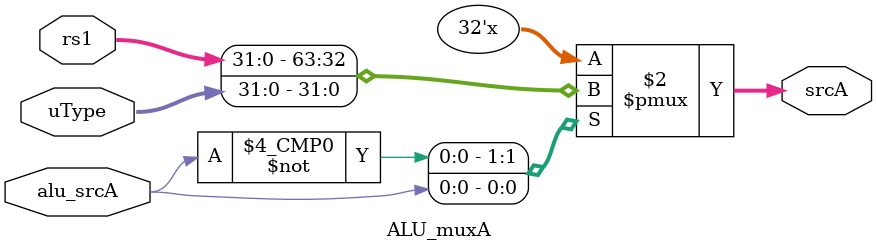
<source format=sv>
`timescale 1ns / 1ps


module ALU_muxA(
    input [31:0] rs1,
    input [31:0] uType,
    input alu_srcA,
    output logic [31:0] srcA
    );
    
    always_comb
    begin
        case(alu_srcA)
            1'b0: srcA = rs1;
            1'b1: srcA = uType;
            default: srcA = 1;
        endcase
    end
endmodule

</source>
